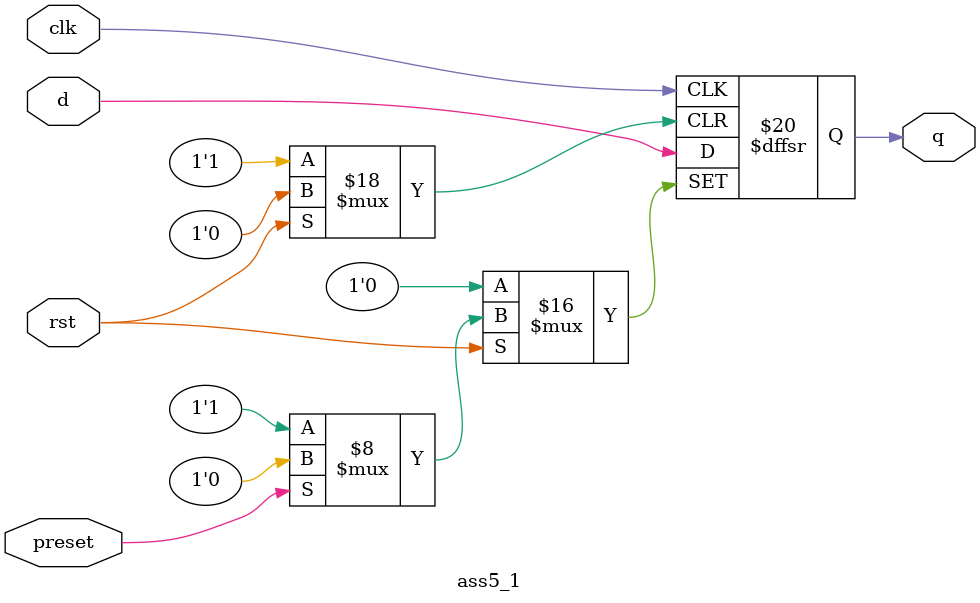
<source format=v>
module ass5_1(clk,rst,preset,d,q);
	input clk,rst,preset,d;
	output reg q;
	always@(posedge clk or negedge rst or negedge preset)
		begin
			if(!preset)
			
				q<=1'b1;
			else if(!rst)
				q<=1'b0;
			else
				q<=d;
		end
endmodule

</source>
